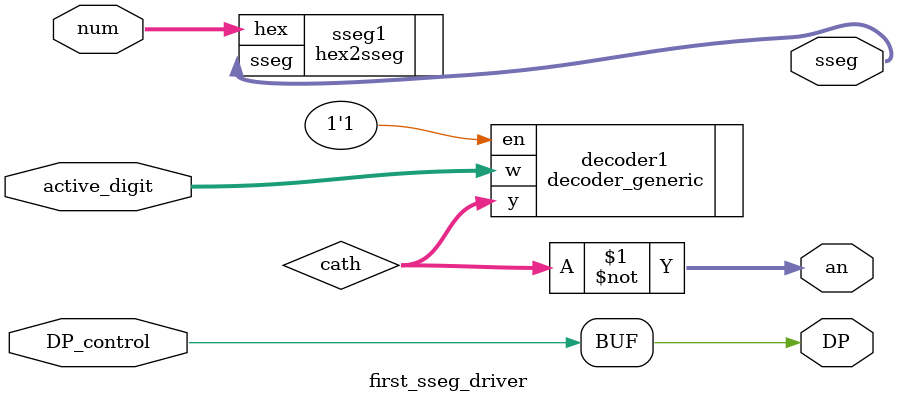
<source format=v>
`timescale 1ns / 1ps


module first_sseg_driver(
    input [2:0] active_digit,
    input [3:0] num,
    input DP_control,
    output [6:0] sseg,
    output [7:0] an,
    output DP
    );
    
    wire [7:0] cath;
    assign DP = DP_control;
    
    decoder_generic #(.N(3)) decoder1 (
        .w(active_digit),
        .en(1'b1),
        .y(cath)
    );
    
    assign an = ~cath;
    
    hex2sseg sseg1 (
        .hex(num),
        .sseg(sseg)
    );
    
    
endmodule

</source>
